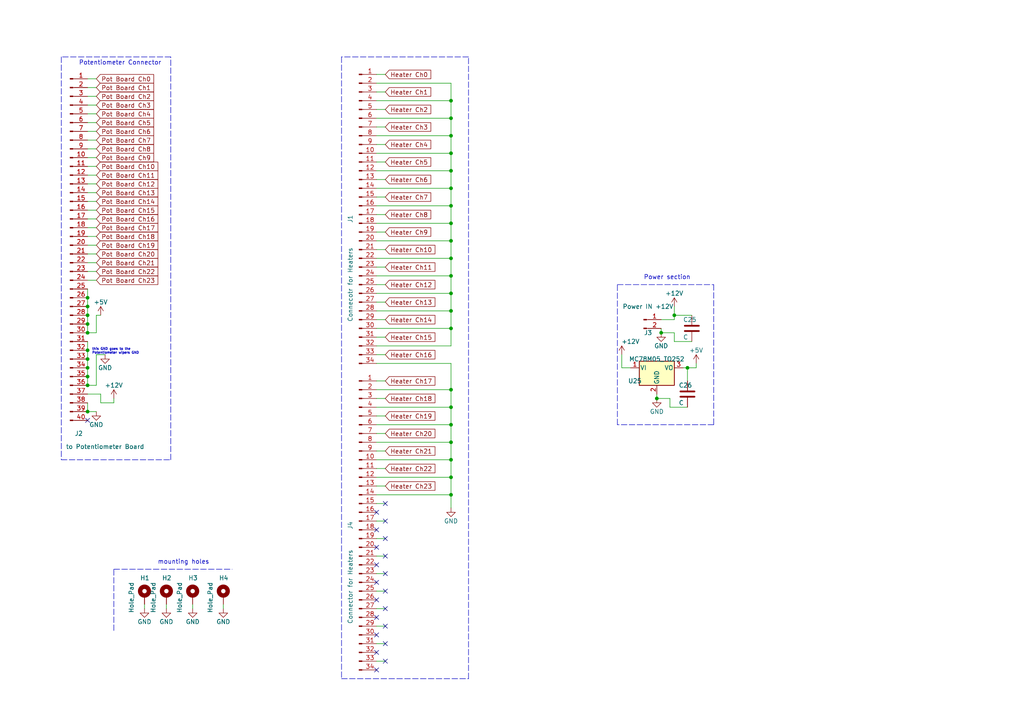
<source format=kicad_sch>
(kicad_sch (version 20211123) (generator eeschema)
  (paper "A4")
  (lib_symbols
    (symbol "Connector:Conn_01x02_Male" (pin_names (offset 1.016) hide)
      (property "Reference" "J" (at 0 2.54 0))
      (property "Value" "Conn_01x02_Male" (at 0 -5.08 0))
      (symbol "Conn_01x02_Male_1_1"
        (polyline (pts (xy 1.27 -2.54) (xy 0.8636 -2.54)) (stroke (width 0.1524)))
        (polyline (pts (xy 1.27 0) (xy 0.8636 0)) (stroke (width 0.1524)))
        (rectangle (start 0.8636 -2.413) (end 0 -2.667) (stroke (width 0.1524)) (fill (type outline)))
        (rectangle (start 0.8636 0.127) (end 0 -0.127) (stroke (width 0.1524)) (fill (type outline)))
        (pin passive line (at 5.08 0 180) (length 3.81) (name "Pin_1") (number "1"))
        (pin passive line (at 5.08 -2.54 180) (length 3.81) (name "Pin_2") (number "2"))
      )
    )
    (symbol "Connector:Conn_01x34_Male" (pin_names (offset 1.016) hide)
      (property "Reference" "J" (at 0 43.18 0))
      (property "Value" "Conn_01x34_Male" (at 0 -45.72 0))
      (symbol "Conn_01x34_Male_1_1"
        (polyline (pts (xy 1.27 -43.18) (xy 0.8636 -43.18)) (stroke (width 0.1524)))
        (polyline (pts (xy 1.27 -40.64) (xy 0.8636 -40.64)) (stroke (width 0.1524)))
        (polyline (pts (xy 1.27 -38.1) (xy 0.8636 -38.1)) (stroke (width 0.1524)))
        (polyline (pts (xy 1.27 -35.56) (xy 0.8636 -35.56)) (stroke (width 0.1524)))
        (polyline (pts (xy 1.27 -33.02) (xy 0.8636 -33.02)) (stroke (width 0.1524)))
        (polyline (pts (xy 1.27 -30.48) (xy 0.8636 -30.48)) (stroke (width 0.1524)))
        (polyline (pts (xy 1.27 -27.94) (xy 0.8636 -27.94)) (stroke (width 0.1524)))
        (polyline (pts (xy 1.27 -25.4) (xy 0.8636 -25.4)) (stroke (width 0.1524)))
        (polyline (pts (xy 1.27 -22.86) (xy 0.8636 -22.86)) (stroke (width 0.1524)))
        (polyline (pts (xy 1.27 -20.32) (xy 0.8636 -20.32)) (stroke (width 0.1524)))
        (polyline (pts (xy 1.27 -17.78) (xy 0.8636 -17.78)) (stroke (width 0.1524)))
        (polyline (pts (xy 1.27 -15.24) (xy 0.8636 -15.24)) (stroke (width 0.1524)))
        (polyline (pts (xy 1.27 -12.7) (xy 0.8636 -12.7)) (stroke (width 0.1524)))
        (polyline (pts (xy 1.27 -10.16) (xy 0.8636 -10.16)) (stroke (width 0.1524)))
        (polyline (pts (xy 1.27 -7.62) (xy 0.8636 -7.62)) (stroke (width 0.1524)))
        (polyline (pts (xy 1.27 -5.08) (xy 0.8636 -5.08)) (stroke (width 0.1524)))
        (polyline (pts (xy 1.27 -2.54) (xy 0.8636 -2.54)) (stroke (width 0.1524)))
        (polyline (pts (xy 1.27 0) (xy 0.8636 0)) (stroke (width 0.1524)))
        (polyline (pts (xy 1.27 2.54) (xy 0.8636 2.54)) (stroke (width 0.1524)))
        (polyline (pts (xy 1.27 5.08) (xy 0.8636 5.08)) (stroke (width 0.1524)))
        (polyline (pts (xy 1.27 7.62) (xy 0.8636 7.62)) (stroke (width 0.1524)))
        (polyline (pts (xy 1.27 10.16) (xy 0.8636 10.16)) (stroke (width 0.1524)))
        (polyline (pts (xy 1.27 12.7) (xy 0.8636 12.7)) (stroke (width 0.1524)))
        (polyline (pts (xy 1.27 15.24) (xy 0.8636 15.24)) (stroke (width 0.1524)))
        (polyline (pts (xy 1.27 17.78) (xy 0.8636 17.78)) (stroke (width 0.1524)))
        (polyline (pts (xy 1.27 20.32) (xy 0.8636 20.32)) (stroke (width 0.1524)))
        (polyline (pts (xy 1.27 22.86) (xy 0.8636 22.86)) (stroke (width 0.1524)))
        (polyline (pts (xy 1.27 25.4) (xy 0.8636 25.4)) (stroke (width 0.1524)))
        (polyline (pts (xy 1.27 27.94) (xy 0.8636 27.94)) (stroke (width 0.1524)))
        (polyline (pts (xy 1.27 30.48) (xy 0.8636 30.48)) (stroke (width 0.1524)))
        (polyline (pts (xy 1.27 33.02) (xy 0.8636 33.02)) (stroke (width 0.1524)))
        (polyline (pts (xy 1.27 35.56) (xy 0.8636 35.56)) (stroke (width 0.1524)))
        (polyline (pts (xy 1.27 38.1) (xy 0.8636 38.1)) (stroke (width 0.1524)))
        (polyline (pts (xy 1.27 40.64) (xy 0.8636 40.64)) (stroke (width 0.1524)))
        (rectangle (start 0.8636 -43.053) (end 0 -43.307) (stroke (width 0.1524)) (fill (type outline)))
        (rectangle (start 0.8636 -40.513) (end 0 -40.767) (stroke (width 0.1524)) (fill (type outline)))
        (rectangle (start 0.8636 -37.973) (end 0 -38.227) (stroke (width 0.1524)) (fill (type outline)))
        (rectangle (start 0.8636 -35.433) (end 0 -35.687) (stroke (width 0.1524)) (fill (type outline)))
        (rectangle (start 0.8636 -32.893) (end 0 -33.147) (stroke (width 0.1524)) (fill (type outline)))
        (rectangle (start 0.8636 -30.353) (end 0 -30.607) (stroke (width 0.1524)) (fill (type outline)))
        (rectangle (start 0.8636 -27.813) (end 0 -28.067) (stroke (width 0.1524)) (fill (type outline)))
        (rectangle (start 0.8636 -25.273) (end 0 -25.527) (stroke (width 0.1524)) (fill (type outline)))
        (rectangle (start 0.8636 -22.733) (end 0 -22.987) (stroke (width 0.1524)) (fill (type outline)))
        (rectangle (start 0.8636 -20.193) (end 0 -20.447) (stroke (width 0.1524)) (fill (type outline)))
        (rectangle (start 0.8636 -17.653) (end 0 -17.907) (stroke (width 0.1524)) (fill (type outline)))
        (rectangle (start 0.8636 -15.113) (end 0 -15.367) (stroke (width 0.1524)) (fill (type outline)))
        (rectangle (start 0.8636 -12.573) (end 0 -12.827) (stroke (width 0.1524)) (fill (type outline)))
        (rectangle (start 0.8636 -10.033) (end 0 -10.287) (stroke (width 0.1524)) (fill (type outline)))
        (rectangle (start 0.8636 -7.493) (end 0 -7.747) (stroke (width 0.1524)) (fill (type outline)))
        (rectangle (start 0.8636 -4.953) (end 0 -5.207) (stroke (width 0.1524)) (fill (type outline)))
        (rectangle (start 0.8636 -2.413) (end 0 -2.667) (stroke (width 0.1524)) (fill (type outline)))
        (rectangle (start 0.8636 0.127) (end 0 -0.127) (stroke (width 0.1524)) (fill (type outline)))
        (rectangle (start 0.8636 2.667) (end 0 2.413) (stroke (width 0.1524)) (fill (type outline)))
        (rectangle (start 0.8636 5.207) (end 0 4.953) (stroke (width 0.1524)) (fill (type outline)))
        (rectangle (start 0.8636 7.747) (end 0 7.493) (stroke (width 0.1524)) (fill (type outline)))
        (rectangle (start 0.8636 10.287) (end 0 10.033) (stroke (width 0.1524)) (fill (type outline)))
        (rectangle (start 0.8636 12.827) (end 0 12.573) (stroke (width 0.1524)) (fill (type outline)))
        (rectangle (start 0.8636 15.367) (end 0 15.113) (stroke (width 0.1524)) (fill (type outline)))
        (rectangle (start 0.8636 17.907) (end 0 17.653) (stroke (width 0.1524)) (fill (type outline)))
        (rectangle (start 0.8636 20.447) (end 0 20.193) (stroke (width 0.1524)) (fill (type outline)))
        (rectangle (start 0.8636 22.987) (end 0 22.733) (stroke (width 0.1524)) (fill (type outline)))
        (rectangle (start 0.8636 25.527) (end 0 25.273) (stroke (width 0.1524)) (fill (type outline)))
        (rectangle (start 0.8636 28.067) (end 0 27.813) (stroke (width 0.1524)) (fill (type outline)))
        (rectangle (start 0.8636 30.607) (end 0 30.353) (stroke (width 0.1524)) (fill (type outline)))
        (rectangle (start 0.8636 33.147) (end 0 32.893) (stroke (width 0.1524)) (fill (type outline)))
        (rectangle (start 0.8636 35.687) (end 0 35.433) (stroke (width 0.1524)) (fill (type outline)))
        (rectangle (start 0.8636 38.227) (end 0 37.973) (stroke (width 0.1524)) (fill (type outline)))
        (rectangle (start 0.8636 40.767) (end 0 40.513) (stroke (width 0.1524)) (fill (type outline)))
        (pin passive line (at 5.08 40.64 180) (length 3.81) (name "Pin_1") (number "1"))
        (pin passive line (at 5.08 17.78 180) (length 3.81) (name "Pin_10") (number "10"))
        (pin passive line (at 5.08 15.24 180) (length 3.81) (name "Pin_11") (number "11"))
        (pin passive line (at 5.08 12.7 180) (length 3.81) (name "Pin_12") (number "12"))
        (pin passive line (at 5.08 10.16 180) (length 3.81) (name "Pin_13") (number "13"))
        (pin passive line (at 5.08 7.62 180) (length 3.81) (name "Pin_14") (number "14"))
        (pin passive line (at 5.08 5.08 180) (length 3.81) (name "Pin_15") (number "15"))
        (pin passive line (at 5.08 2.54 180) (length 3.81) (name "Pin_16") (number "16"))
        (pin passive line (at 5.08 0 180) (length 3.81) (name "Pin_17") (number "17"))
        (pin passive line (at 5.08 -2.54 180) (length 3.81) (name "Pin_18") (number "18"))
        (pin passive line (at 5.08 -5.08 180) (length 3.81) (name "Pin_19") (number "19"))
        (pin passive line (at 5.08 38.1 180) (length 3.81) (name "Pin_2") (number "2"))
        (pin passive line (at 5.08 -7.62 180) (length 3.81) (name "Pin_20") (number "20"))
        (pin passive line (at 5.08 -10.16 180) (length 3.81) (name "Pin_21") (number "21"))
        (pin passive line (at 5.08 -12.7 180) (length 3.81) (name "Pin_22") (number "22"))
        (pin passive line (at 5.08 -15.24 180) (length 3.81) (name "Pin_23") (number "23"))
        (pin passive line (at 5.08 -17.78 180) (length 3.81) (name "Pin_24") (number "24"))
        (pin passive line (at 5.08 -20.32 180) (length 3.81) (name "Pin_25") (number "25"))
        (pin passive line (at 5.08 -22.86 180) (length 3.81) (name "Pin_26") (number "26"))
        (pin passive line (at 5.08 -25.4 180) (length 3.81) (name "Pin_27") (number "27"))
        (pin passive line (at 5.08 -27.94 180) (length 3.81) (name "Pin_28") (number "28"))
        (pin passive line (at 5.08 -30.48 180) (length 3.81) (name "Pin_29") (number "29"))
        (pin passive line (at 5.08 35.56 180) (length 3.81) (name "Pin_3") (number "3"))
        (pin passive line (at 5.08 -33.02 180) (length 3.81) (name "Pin_30") (number "30"))
        (pin passive line (at 5.08 -35.56 180) (length 3.81) (name "Pin_31") (number "31"))
        (pin passive line (at 5.08 -38.1 180) (length 3.81) (name "Pin_32") (number "32"))
        (pin passive line (at 5.08 -40.64 180) (length 3.81) (name "Pin_33") (number "33"))
        (pin passive line (at 5.08 -43.18 180) (length 3.81) (name "Pin_34") (number "34"))
        (pin passive line (at 5.08 33.02 180) (length 3.81) (name "Pin_4") (number "4"))
        (pin passive line (at 5.08 30.48 180) (length 3.81) (name "Pin_5") (number "5"))
        (pin passive line (at 5.08 27.94 180) (length 3.81) (name "Pin_6") (number "6"))
        (pin passive line (at 5.08 25.4 180) (length 3.81) (name "Pin_7") (number "7"))
        (pin passive line (at 5.08 22.86 180) (length 3.81) (name "Pin_8") (number "8"))
        (pin passive line (at 5.08 20.32 180) (length 3.81) (name "Pin_9") (number "9"))
      )
    )
    (symbol "Connector:Conn_01x40_Male" (pin_names (offset 1.016) hide)
      (property "Reference" "J" (at 0 50.8 0))
      (property "Value" "Conn_01x40_Male" (at 0 -53.34 0))
      (symbol "Conn_01x40_Male_1_1"
        (polyline (pts (xy 1.27 -50.8) (xy 0.8636 -50.8)) (stroke (width 0.1524)))
        (polyline (pts (xy 1.27 -48.26) (xy 0.8636 -48.26)) (stroke (width 0.1524)))
        (polyline (pts (xy 1.27 -45.72) (xy 0.8636 -45.72)) (stroke (width 0.1524)))
        (polyline (pts (xy 1.27 -43.18) (xy 0.8636 -43.18)) (stroke (width 0.1524)))
        (polyline (pts (xy 1.27 -40.64) (xy 0.8636 -40.64)) (stroke (width 0.1524)))
        (polyline (pts (xy 1.27 -38.1) (xy 0.8636 -38.1)) (stroke (width 0.1524)))
        (polyline (pts (xy 1.27 -35.56) (xy 0.8636 -35.56)) (stroke (width 0.1524)))
        (polyline (pts (xy 1.27 -33.02) (xy 0.8636 -33.02)) (stroke (width 0.1524)))
        (polyline (pts (xy 1.27 -30.48) (xy 0.8636 -30.48)) (stroke (width 0.1524)))
        (polyline (pts (xy 1.27 -27.94) (xy 0.8636 -27.94)) (stroke (width 0.1524)))
        (polyline (pts (xy 1.27 -25.4) (xy 0.8636 -25.4)) (stroke (width 0.1524)))
        (polyline (pts (xy 1.27 -22.86) (xy 0.8636 -22.86)) (stroke (width 0.1524)))
        (polyline (pts (xy 1.27 -20.32) (xy 0.8636 -20.32)) (stroke (width 0.1524)))
        (polyline (pts (xy 1.27 -17.78) (xy 0.8636 -17.78)) (stroke (width 0.1524)))
        (polyline (pts (xy 1.27 -15.24) (xy 0.8636 -15.24)) (stroke (width 0.1524)))
        (polyline (pts (xy 1.27 -12.7) (xy 0.8636 -12.7)) (stroke (width 0.1524)))
        (polyline (pts (xy 1.27 -10.16) (xy 0.8636 -10.16)) (stroke (width 0.1524)))
        (polyline (pts (xy 1.27 -7.62) (xy 0.8636 -7.62)) (stroke (width 0.1524)))
        (polyline (pts (xy 1.27 -5.08) (xy 0.8636 -5.08)) (stroke (width 0.1524)))
        (polyline (pts (xy 1.27 -2.54) (xy 0.8636 -2.54)) (stroke (width 0.1524)))
        (polyline (pts (xy 1.27 0) (xy 0.8636 0)) (stroke (width 0.1524)))
        (polyline (pts (xy 1.27 2.54) (xy 0.8636 2.54)) (stroke (width 0.1524)))
        (polyline (pts (xy 1.27 5.08) (xy 0.8636 5.08)) (stroke (width 0.1524)))
        (polyline (pts (xy 1.27 7.62) (xy 0.8636 7.62)) (stroke (width 0.1524)))
        (polyline (pts (xy 1.27 10.16) (xy 0.8636 10.16)) (stroke (width 0.1524)))
        (polyline (pts (xy 1.27 12.7) (xy 0.8636 12.7)) (stroke (width 0.1524)))
        (polyline (pts (xy 1.27 15.24) (xy 0.8636 15.24)) (stroke (width 0.1524)))
        (polyline (pts (xy 1.27 17.78) (xy 0.8636 17.78)) (stroke (width 0.1524)))
        (polyline (pts (xy 1.27 20.32) (xy 0.8636 20.32)) (stroke (width 0.1524)))
        (polyline (pts (xy 1.27 22.86) (xy 0.8636 22.86)) (stroke (width 0.1524)))
        (polyline (pts (xy 1.27 25.4) (xy 0.8636 25.4)) (stroke (width 0.1524)))
        (polyline (pts (xy 1.27 27.94) (xy 0.8636 27.94)) (stroke (width 0.1524)))
        (polyline (pts (xy 1.27 30.48) (xy 0.8636 30.48)) (stroke (width 0.1524)))
        (polyline (pts (xy 1.27 33.02) (xy 0.8636 33.02)) (stroke (width 0.1524)))
        (polyline (pts (xy 1.27 35.56) (xy 0.8636 35.56)) (stroke (width 0.1524)))
        (polyline (pts (xy 1.27 38.1) (xy 0.8636 38.1)) (stroke (width 0.1524)))
        (polyline (pts (xy 1.27 40.64) (xy 0.8636 40.64)) (stroke (width 0.1524)))
        (polyline (pts (xy 1.27 43.18) (xy 0.8636 43.18)) (stroke (width 0.1524)))
        (polyline (pts (xy 1.27 45.72) (xy 0.8636 45.72)) (stroke (width 0.1524)))
        (polyline (pts (xy 1.27 48.26) (xy 0.8636 48.26)) (stroke (width 0.1524)))
        (rectangle (start 0.8636 -50.673) (end 0 -50.927) (stroke (width 0.1524)) (fill (type outline)))
        (rectangle (start 0.8636 -48.133) (end 0 -48.387) (stroke (width 0.1524)) (fill (type outline)))
        (rectangle (start 0.8636 -45.593) (end 0 -45.847) (stroke (width 0.1524)) (fill (type outline)))
        (rectangle (start 0.8636 -43.053) (end 0 -43.307) (stroke (width 0.1524)) (fill (type outline)))
        (rectangle (start 0.8636 -40.513) (end 0 -40.767) (stroke (width 0.1524)) (fill (type outline)))
        (rectangle (start 0.8636 -37.973) (end 0 -38.227) (stroke (width 0.1524)) (fill (type outline)))
        (rectangle (start 0.8636 -35.433) (end 0 -35.687) (stroke (width 0.1524)) (fill (type outline)))
        (rectangle (start 0.8636 -32.893) (end 0 -33.147) (stroke (width 0.1524)) (fill (type outline)))
        (rectangle (start 0.8636 -30.353) (end 0 -30.607) (stroke (width 0.1524)) (fill (type outline)))
        (rectangle (start 0.8636 -27.813) (end 0 -28.067) (stroke (width 0.1524)) (fill (type outline)))
        (rectangle (start 0.8636 -25.273) (end 0 -25.527) (stroke (width 0.1524)) (fill (type outline)))
        (rectangle (start 0.8636 -22.733) (end 0 -22.987) (stroke (width 0.1524)) (fill (type outline)))
        (rectangle (start 0.8636 -20.193) (end 0 -20.447) (stroke (width 0.1524)) (fill (type outline)))
        (rectangle (start 0.8636 -17.653) (end 0 -17.907) (stroke (width 0.1524)) (fill (type outline)))
        (rectangle (start 0.8636 -15.113) (end 0 -15.367) (stroke (width 0.1524)) (fill (type outline)))
        (rectangle (start 0.8636 -12.573) (end 0 -12.827) (stroke (width 0.1524)) (fill (type outline)))
        (rectangle (start 0.8636 -10.033) (end 0 -10.287) (stroke (width 0.1524)) (fill (type outline)))
        (rectangle (start 0.8636 -7.493) (end 0 -7.747) (stroke (width 0.1524)) (fill (type outline)))
        (rectangle (start 0.8636 -4.953) (end 0 -5.207) (stroke (width 0.1524)) (fill (type outline)))
        (rectangle (start 0.8636 -2.413) (end 0 -2.667) (stroke (width 0.1524)) (fill (type outline)))
        (rectangle (start 0.8636 0.127) (end 0 -0.127) (stroke (width 0.1524)) (fill (type outline)))
        (rectangle (start 0.8636 2.667) (end 0 2.413) (stroke (width 0.1524)) (fill (type outline)))
        (rectangle (start 0.8636 5.207) (end 0 4.953) (stroke (width 0.1524)) (fill (type outline)))
        (rectangle (start 0.8636 7.747) (end 0 7.493) (stroke (width 0.1524)) (fill (type outline)))
        (rectangle (start 0.8636 10.287) (end 0 10.033) (stroke (width 0.1524)) (fill (type outline)))
        (rectangle (start 0.8636 12.827) (end 0 12.573) (stroke (width 0.1524)) (fill (type outline)))
        (rectangle (start 0.8636 15.367) (end 0 15.113) (stroke (width 0.1524)) (fill (type outline)))
        (rectangle (start 0.8636 17.907) (end 0 17.653) (stroke (width 0.1524)) (fill (type outline)))
        (rectangle (start 0.8636 20.447) (end 0 20.193) (stroke (width 0.1524)) (fill (type outline)))
        (rectangle (start 0.8636 22.987) (end 0 22.733) (stroke (width 0.1524)) (fill (type outline)))
        (rectangle (start 0.8636 25.527) (end 0 25.273) (stroke (width 0.1524)) (fill (type outline)))
        (rectangle (start 0.8636 28.067) (end 0 27.813) (stroke (width 0.1524)) (fill (type outline)))
        (rectangle (start 0.8636 30.607) (end 0 30.353) (stroke (width 0.1524)) (fill (type outline)))
        (rectangle (start 0.8636 33.147) (end 0 32.893) (stroke (width 0.1524)) (fill (type outline)))
        (rectangle (start 0.8636 35.687) (end 0 35.433) (stroke (width 0.1524)) (fill (type outline)))
        (rectangle (start 0.8636 38.227) (end 0 37.973) (stroke (width 0.1524)) (fill (type outline)))
        (rectangle (start 0.8636 40.767) (end 0 40.513) (stroke (width 0.1524)) (fill (type outline)))
        (rectangle (start 0.8636 43.307) (end 0 43.053) (stroke (width 0.1524)) (fill (type outline)))
        (rectangle (start 0.8636 45.847) (end 0 45.593) (stroke (width 0.1524)) (fill (type outline)))
        (rectangle (start 0.8636 48.387) (end 0 48.133) (stroke (width 0.1524)) (fill (type outline)))
        (pin passive line (at 5.08 48.26 180) (length 3.81) (name "Pin_1") (number "1"))
        (pin passive line (at 5.08 25.4 180) (length 3.81) (name "Pin_10") (number "10"))
        (pin passive line (at 5.08 22.86 180) (length 3.81) (name "Pin_11") (number "11"))
        (pin passive line (at 5.08 20.32 180) (length 3.81) (name "Pin_12") (number "12"))
        (pin passive line (at 5.08 17.78 180) (length 3.81) (name "Pin_13") (number "13"))
        (pin passive line (at 5.08 15.24 180) (length 3.81) (name "Pin_14") (number "14"))
        (pin passive line (at 5.08 12.7 180) (length 3.81) (name "Pin_15") (number "15"))
        (pin passive line (at 5.08 10.16 180) (length 3.81) (name "Pin_16") (number "16"))
        (pin passive line (at 5.08 7.62 180) (length 3.81) (name "Pin_17") (number "17"))
        (pin passive line (at 5.08 5.08 180) (length 3.81) (name "Pin_18") (number "18"))
        (pin passive line (at 5.08 2.54 180) (length 3.81) (name "Pin_19") (number "19"))
        (pin passive line (at 5.08 45.72 180) (length 3.81) (name "Pin_2") (number "2"))
        (pin passive line (at 5.08 0 180) (length 3.81) (name "Pin_20") (number "20"))
        (pin passive line (at 5.08 -2.54 180) (length 3.81) (name "Pin_21") (number "21"))
        (pin passive line (at 5.08 -5.08 180) (length 3.81) (name "Pin_22") (number "22"))
        (pin passive line (at 5.08 -7.62 180) (length 3.81) (name "Pin_23") (number "23"))
        (pin passive line (at 5.08 -10.16 180) (length 3.81) (name "Pin_24") (number "24"))
        (pin passive line (at 5.08 -12.7 180) (length 3.81) (name "Pin_25") (number "25"))
        (pin passive line (at 5.08 -15.24 180) (length 3.81) (name "Pin_26") (number "26"))
        (pin passive line (at 5.08 -17.78 180) (length 3.81) (name "Pin_27") (number "27"))
        (pin passive line (at 5.08 -20.32 180) (length 3.81) (name "Pin_28") (number "28"))
        (pin passive line (at 5.08 -22.86 180) (length 3.81) (name "Pin_29") (number "29"))
        (pin passive line (at 5.08 43.18 180) (length 3.81) (name "Pin_3") (number "3"))
        (pin passive line (at 5.08 -25.4 180) (length 3.81) (name "Pin_30") (number "30"))
        (pin passive line (at 5.08 -27.94 180) (length 3.81) (name "Pin_31") (number "31"))
        (pin passive line (at 5.08 -30.48 180) (length 3.81) (name "Pin_32") (number "32"))
        (pin passive line (at 5.08 -33.02 180) (length 3.81) (name "Pin_33") (number "33"))
        (pin passive line (at 5.08 -35.56 180) (length 3.81) (name "Pin_34") (number "34"))
        (pin passive line (at 5.08 -38.1 180) (length 3.81) (name "Pin_35") (number "35"))
        (pin passive line (at 5.08 -40.64 180) (length 3.81) (name "Pin_36") (number "36"))
        (pin passive line (at 5.08 -43.18 180) (length 3.81) (name "Pin_37") (number "37"))
        (pin passive line (at 5.08 -45.72 180) (length 3.81) (name "Pin_38") (number "38"))
        (pin passive line (at 5.08 -48.26 180) (length 3.81) (name "Pin_39") (number "39"))
        (pin passive line (at 5.08 40.64 180) (length 3.81) (name "Pin_4") (number "4"))
        (pin passive line (at 5.08 -50.8 180) (length 3.81) (name "Pin_40") (number "40"))
        (pin passive line (at 5.08 38.1 180) (length 3.81) (name "Pin_5") (number "5"))
        (pin passive line (at 5.08 35.56 180) (length 3.81) (name "Pin_6") (number "6"))
        (pin passive line (at 5.08 33.02 180) (length 3.81) (name "Pin_7") (number "7"))
        (pin passive line (at 5.08 30.48 180) (length 3.81) (name "Pin_8") (number "8"))
        (pin passive line (at 5.08 27.94 180) (length 3.81) (name "Pin_9") (number "9"))
      )
    )
    (symbol "Device:C" (pin_numbers hide) (pin_names (offset 0.254))
      (property "Reference" "C" (at 0.635 2.54 0))
      (property "Value" "C" (at 0.635 -2.54 0))
      (symbol "C_0_1"
        (polyline (pts (xy -2.032 -0.762) (xy 2.032 -0.762)) (stroke (width 0.508)))
        (polyline (pts (xy -2.032 0.762) (xy 2.032 0.762)) (stroke (width 0.508)))
      )
      (symbol "C_1_1"
        (pin passive line (at 0 3.81 270) (length 2.794) (name "~") (number "1"))
        (pin passive line (at 0 -3.81 90) (length 2.794) (name "~") (number "2"))
      )
    )
    (symbol "Mechanical:MountingHole_Pad" (pin_numbers hide) (pin_names (offset 1.016) hide)
      (property "Reference" "H" (at 0 6.35 0))
      (property "Value" "MountingHole_Pad" (at 0 4.445 0))
      (symbol "MountingHole_Pad_0_1"
        (circle (center 0 1.27) (radius 1.27) (stroke (width 1.27)))
      )
      (symbol "MountingHole_Pad_1_1"
        (pin input line (at 0 -2.54 90) (length 2.54) (name "1") (number "1"))
      )
    )
    (symbol "Regulator_Linear:MC78M05_TO252" (pin_names (offset 0.254))
      (property "Reference" "U" (at -3.81 3.175 0))
      (property "Value" "MC78M05_TO252" (at 0 3.175 0))
      (symbol "MC78M05_TO252_0_1"
        (rectangle (start -5.08 1.905) (end 5.08 -5.08) (stroke (width 0.254)) (fill (type background)))
      )
      (symbol "MC78M05_TO252_1_1"
        (pin power_in line (at -7.62 0 0) (length 2.54) (name "VI") (number "1"))
        (pin power_in line (at 0 -7.62 90) (length 2.54) (name "GND") (number "2"))
        (pin power_out line (at 7.62 0 180) (length 2.54) (name "VO") (number "3"))
      )
    )
    (symbol "power:+12V" (power) (pin_names (offset 0))
      (property "Value" "+12V" (at 0 3.556 0))
      (symbol "+12V_0_1"
        (polyline (pts (xy -0.762 1.27) (xy 0 2.54)))
        (polyline (pts (xy 0 0) (xy 0 2.54)))
        (polyline (pts (xy 0 2.54) (xy 0.762 1.27)))
      )
      (symbol "+12V_1_1"
        (pin power_in line (at 0 0 90) (length 0) hide (name "+12V") (number "1"))
      )
    )
    (symbol "power:+5V" (power) (pin_names (offset 0))
      (property "Value" "+5V" (at 0 3.556 0))
      (symbol "+5V_0_1"
        (polyline (pts (xy -0.762 1.27) (xy 0 2.54)))
        (polyline (pts (xy 0 0) (xy 0 2.54)))
        (polyline (pts (xy 0 2.54) (xy 0.762 1.27)))
      )
      (symbol "+5V_1_1"
        (pin power_in line (at 0 0 90) (length 0) hide (name "+5V") (number "1"))
      )
    )
    (symbol "power:GND" (power) (pin_names (offset 0))
      (property "Value" "GND" (at 0 -3.81 0))
      (symbol "GND_0_1"
        (polyline (pts (xy 0 0) (xy 0 -1.27) (xy 1.27 -1.27) (xy 0 -2.54) (xy -1.27 -1.27) (xy 0 -1.27)))
      )
      (symbol "GND_1_1"
        (pin power_in line (at 0 0 270) (length 0) hide (name "GND") (number "1"))
      )
    )
  )
  (junction (at 130.81 74.93))
  (junction (at 130.81 113.03))
  (junction (at 130.81 128.27))
  (junction (at 25.4 104.14))
  (junction (at 130.81 69.85))
  (junction (at 191.77 96.52))
  (junction (at 25.4 91.44))
  (junction (at 130.81 138.43))
  (junction (at 25.4 111.76))
  (junction (at 25.4 101.6))
  (junction (at 25.4 93.98))
  (junction (at 130.81 49.53))
  (junction (at 25.4 88.9))
  (junction (at 130.81 64.77))
  (junction (at 199.39 106.68))
  (junction (at 25.4 109.22))
  (junction (at 130.81 59.69))
  (junction (at 130.81 39.37))
  (junction (at 130.81 90.17))
  (junction (at 25.4 96.52))
  (junction (at 130.81 29.21))
  (junction (at 130.81 123.19))
  (junction (at 25.4 86.36))
  (junction (at 190.5 115.57))
  (junction (at 25.4 119.38))
  (junction (at 130.81 44.45))
  (junction (at 130.81 80.01))
  (junction (at 130.81 54.61))
  (junction (at 130.81 118.11))
  (junction (at 130.81 133.35))
  (junction (at 130.81 85.09))
  (junction (at 130.81 95.25))
  (junction (at 130.81 143.51))
  (junction (at 25.4 106.68))
  (junction (at 195.58 91.44))
  (junction (at 130.81 34.29))
  (no_connect (at 111.76 146.05))
  (no_connect (at 111.76 176.53))
  (no_connect (at 111.76 151.13))
  (no_connect (at 111.76 161.29))
  (no_connect (at 111.76 156.21))
  (no_connect (at 109.22 184.15))
  (no_connect (at 109.22 189.23))
  (no_connect (at 111.76 186.69))
  (no_connect (at 111.76 181.61))
  (no_connect (at 109.22 179.07))
  (no_connect (at 109.22 168.91))
  (no_connect (at 111.76 171.45))
  (no_connect (at 111.76 166.37))
  (no_connect (at 109.22 173.99))
  (no_connect (at 111.76 191.77))
  (no_connect (at 109.22 194.31))
  (no_connect (at 109.22 153.67))
  (no_connect (at 109.22 158.75))
  (no_connect (at 109.22 163.83))
  (no_connect (at 25.4 121.92))
  (no_connect (at 109.22 148.59))
  (polyline (pts (xy 207.01 123.19) (xy 179.07 123.19)))
  (wire (pts (xy 27.94 96.52) (xy 27.94 91.44)))
  (wire (pts (xy 111.76 92.71) (xy 109.22 92.71)))
  (wire (pts (xy 180.34 102.87) (xy 180.34 106.68)))
  (wire (pts (xy 130.81 123.19) (xy 130.81 128.27)))
  (wire (pts (xy 195.58 91.44) (xy 200.66 91.44)))
  (wire (pts (xy 27.94 78.74) (xy 25.4 78.74)))
  (wire (pts (xy 194.31 118.11) (xy 194.31 115.57)))
  (wire (pts (xy 130.81 118.11) (xy 130.81 123.19)))
  (wire (pts (xy 27.94 27.94) (xy 25.4 27.94)))
  (wire (pts (xy 200.66 99.06) (xy 195.58 99.06)))
  (wire (pts (xy 130.81 80.01) (xy 130.81 85.09)))
  (wire (pts (xy 27.94 50.8) (xy 25.4 50.8)))
  (wire (pts (xy 111.76 62.23) (xy 109.22 62.23)))
  (wire (pts (xy 25.4 104.14) (xy 25.4 106.68)))
  (polyline (pts (xy 179.07 123.19) (xy 179.07 82.55)))
  (wire (pts (xy 130.81 138.43) (xy 130.81 143.51)))
  (wire (pts (xy 111.76 97.79) (xy 109.22 97.79)))
  (wire (pts (xy 198.12 106.68) (xy 199.39 106.68)))
  (wire (pts (xy 33.02 115.57) (xy 33.02 116.84)))
  (wire (pts (xy 109.22 59.69) (xy 130.81 59.69)))
  (wire (pts (xy 199.39 106.68) (xy 201.93 106.68)))
  (wire (pts (xy 111.76 110.49) (xy 109.22 110.49)))
  (polyline (pts (xy 49.53 16.51) (xy 26.67 16.51)))
  (wire (pts (xy 111.76 26.67) (xy 109.22 26.67)))
  (wire (pts (xy 27.94 91.44) (xy 29.21 91.44)))
  (wire (pts (xy 25.4 101.6) (xy 25.4 104.14)))
  (wire (pts (xy 109.22 69.85) (xy 130.81 69.85)))
  (wire (pts (xy 55.88 175.26) (xy 55.88 176.53)))
  (wire (pts (xy 27.94 55.88) (xy 25.4 55.88)))
  (wire (pts (xy 195.58 99.06) (xy 195.58 96.52)))
  (wire (pts (xy 27.94 40.64) (xy 25.4 40.64)))
  (wire (pts (xy 41.91 175.26) (xy 41.91 176.53)))
  (wire (pts (xy 130.81 128.27) (xy 130.81 133.35)))
  (wire (pts (xy 109.22 39.37) (xy 130.81 39.37)))
  (wire (pts (xy 109.22 85.09) (xy 130.81 85.09)))
  (wire (pts (xy 25.4 93.98) (xy 25.4 96.52)))
  (wire (pts (xy 130.81 85.09) (xy 130.81 90.17)))
  (wire (pts (xy 27.94 73.66) (xy 25.4 73.66)))
  (wire (pts (xy 111.76 140.97) (xy 109.22 140.97)))
  (wire (pts (xy 111.76 87.63) (xy 109.22 87.63)))
  (wire (pts (xy 130.81 54.61) (xy 130.81 59.69)))
  (wire (pts (xy 130.81 24.13) (xy 130.81 29.21)))
  (wire (pts (xy 109.22 49.53) (xy 130.81 49.53)))
  (wire (pts (xy 27.94 71.12) (xy 25.4 71.12)))
  (wire (pts (xy 201.93 105.41) (xy 201.93 106.68)))
  (wire (pts (xy 27.94 63.5) (xy 25.4 63.5)))
  (polyline (pts (xy 49.53 133.35) (xy 49.53 16.51)))
  (wire (pts (xy 111.76 156.21) (xy 109.22 156.21)))
  (polyline (pts (xy 135.89 16.51) (xy 113.03 16.51)))
  (wire (pts (xy 109.22 64.77) (xy 130.81 64.77)))
  (wire (pts (xy 27.94 48.26) (xy 25.4 48.26)))
  (wire (pts (xy 130.81 39.37) (xy 130.81 44.45)))
  (wire (pts (xy 27.94 33.02) (xy 25.4 33.02)))
  (wire (pts (xy 130.81 49.53) (xy 130.81 54.61)))
  (wire (pts (xy 111.76 166.37) (xy 109.22 166.37)))
  (wire (pts (xy 109.22 44.45) (xy 130.81 44.45)))
  (wire (pts (xy 195.58 96.52) (xy 191.77 96.52)))
  (polyline (pts (xy 99.06 196.85) (xy 135.89 196.85)))
  (wire (pts (xy 27.94 25.4) (xy 25.4 25.4)))
  (wire (pts (xy 109.22 74.93) (xy 130.81 74.93)))
  (wire (pts (xy 130.81 95.25) (xy 130.81 100.33)))
  (wire (pts (xy 111.76 57.15) (xy 109.22 57.15)))
  (wire (pts (xy 25.4 88.9) (xy 25.4 91.44)))
  (wire (pts (xy 195.58 88.9) (xy 195.58 91.44)))
  (wire (pts (xy 130.81 59.69) (xy 130.81 64.77)))
  (wire (pts (xy 111.76 130.81) (xy 109.22 130.81)))
  (wire (pts (xy 27.94 43.18) (xy 25.4 43.18)))
  (wire (pts (xy 130.81 44.45) (xy 130.81 49.53)))
  (wire (pts (xy 109.22 133.35) (xy 130.81 133.35)))
  (wire (pts (xy 27.94 102.87) (xy 30.48 102.87)))
  (polyline (pts (xy 179.07 82.55) (xy 207.01 82.55)))
  (wire (pts (xy 130.81 133.35) (xy 130.81 138.43)))
  (wire (pts (xy 111.76 186.69) (xy 109.22 186.69)))
  (wire (pts (xy 27.94 38.1) (xy 25.4 38.1)))
  (wire (pts (xy 194.31 115.57) (xy 190.5 115.57)))
  (wire (pts (xy 111.76 171.45) (xy 109.22 171.45)))
  (wire (pts (xy 109.22 138.43) (xy 130.81 138.43)))
  (wire (pts (xy 130.81 34.29) (xy 130.81 39.37)))
  (wire (pts (xy 64.77 175.26) (xy 64.77 176.53)))
  (wire (pts (xy 27.94 60.96) (xy 25.4 60.96)))
  (wire (pts (xy 111.76 52.07) (xy 109.22 52.07)))
  (wire (pts (xy 27.94 66.04) (xy 25.4 66.04)))
  (wire (pts (xy 27.94 22.86) (xy 25.4 22.86)))
  (polyline (pts (xy 135.89 196.85) (xy 135.89 16.51)))
  (wire (pts (xy 111.76 36.83) (xy 109.22 36.83)))
  (wire (pts (xy 111.76 21.59) (xy 109.22 21.59)))
  (wire (pts (xy 195.58 91.44) (xy 195.58 92.71)))
  (wire (pts (xy 109.22 90.17) (xy 130.81 90.17)))
  (wire (pts (xy 130.81 90.17) (xy 130.81 95.25)))
  (wire (pts (xy 27.94 76.2) (xy 25.4 76.2)))
  (wire (pts (xy 130.81 64.77) (xy 130.81 69.85)))
  (wire (pts (xy 27.94 111.76) (xy 27.94 102.87)))
  (wire (pts (xy 111.76 146.05) (xy 109.22 146.05)))
  (wire (pts (xy 111.76 46.99) (xy 109.22 46.99)))
  (wire (pts (xy 25.4 114.3) (xy 29.21 114.3)))
  (wire (pts (xy 111.76 161.29) (xy 109.22 161.29)))
  (wire (pts (xy 29.21 116.84) (xy 33.02 116.84)))
  (wire (pts (xy 25.4 99.06) (xy 25.4 101.6)))
  (wire (pts (xy 109.22 34.29) (xy 130.81 34.29)))
  (wire (pts (xy 190.5 114.3) (xy 190.5 115.57)))
  (wire (pts (xy 109.22 113.03) (xy 130.81 113.03)))
  (wire (pts (xy 25.4 83.82) (xy 25.4 86.36)))
  (wire (pts (xy 191.77 92.71) (xy 195.58 92.71)))
  (wire (pts (xy 111.76 115.57) (xy 109.22 115.57)))
  (wire (pts (xy 130.81 29.21) (xy 130.81 34.29)))
  (polyline (pts (xy 33.02 165.1) (xy 67.31 165.1)))
  (wire (pts (xy 111.76 151.13) (xy 109.22 151.13)))
  (wire (pts (xy 29.21 114.3) (xy 29.21 116.84)))
  (wire (pts (xy 109.22 143.51) (xy 130.81 143.51)))
  (wire (pts (xy 27.94 45.72) (xy 25.4 45.72)))
  (wire (pts (xy 111.76 125.73) (xy 109.22 125.73)))
  (wire (pts (xy 111.76 120.65) (xy 109.22 120.65)))
  (wire (pts (xy 111.76 191.77) (xy 109.22 191.77)))
  (wire (pts (xy 111.76 181.61) (xy 109.22 181.61)))
  (wire (pts (xy 27.94 35.56) (xy 25.4 35.56)))
  (wire (pts (xy 48.26 175.26) (xy 48.26 176.53)))
  (wire (pts (xy 130.81 74.93) (xy 130.81 80.01)))
  (polyline (pts (xy 17.78 16.51) (xy 17.78 133.35)))
  (polyline (pts (xy 207.01 82.55) (xy 207.01 123.19)))
  (wire (pts (xy 111.76 72.39) (xy 109.22 72.39)))
  (wire (pts (xy 109.22 105.41) (xy 130.81 105.41)))
  (wire (pts (xy 25.4 116.84) (xy 25.4 119.38)))
  (wire (pts (xy 111.76 67.31) (xy 109.22 67.31)))
  (wire (pts (xy 27.94 58.42) (xy 25.4 58.42)))
  (polyline (pts (xy 17.78 133.35) (xy 49.53 133.35)))
  (wire (pts (xy 111.76 176.53) (xy 109.22 176.53)))
  (wire (pts (xy 25.4 106.68) (xy 25.4 109.22)))
  (wire (pts (xy 130.81 113.03) (xy 130.81 118.11)))
  (wire (pts (xy 109.22 29.21) (xy 130.81 29.21)))
  (wire (pts (xy 182.88 106.68) (xy 180.34 106.68)))
  (wire (pts (xy 199.39 106.68) (xy 199.39 110.49)))
  (wire (pts (xy 130.81 69.85) (xy 130.81 74.93)))
  (wire (pts (xy 25.4 109.22) (xy 25.4 111.76)))
  (polyline (pts (xy 113.03 16.51) (xy 99.06 16.51)))
  (wire (pts (xy 27.94 53.34) (xy 25.4 53.34)))
  (wire (pts (xy 130.81 105.41) (xy 130.81 113.03)))
  (wire (pts (xy 27.94 30.48) (xy 25.4 30.48)))
  (wire (pts (xy 109.22 95.25) (xy 130.81 95.25)))
  (wire (pts (xy 25.4 119.38) (xy 27.94 119.38)))
  (wire (pts (xy 111.76 41.91) (xy 109.22 41.91)))
  (wire (pts (xy 111.76 82.55) (xy 109.22 82.55)))
  (wire (pts (xy 191.77 95.25) (xy 191.77 96.52)))
  (wire (pts (xy 109.22 54.61) (xy 130.81 54.61)))
  (wire (pts (xy 111.76 77.47) (xy 109.22 77.47)))
  (wire (pts (xy 109.22 24.13) (xy 130.81 24.13)))
  (wire (pts (xy 25.4 96.52) (xy 27.94 96.52)))
  (wire (pts (xy 109.22 80.01) (xy 130.81 80.01)))
  (wire (pts (xy 130.81 143.51) (xy 130.81 147.32)))
  (wire (pts (xy 111.76 102.87) (xy 109.22 102.87)))
  (wire (pts (xy 111.76 135.89) (xy 109.22 135.89)))
  (polyline (pts (xy 33.02 182.88) (xy 33.02 165.1)))
  (wire (pts (xy 199.39 118.11) (xy 194.31 118.11)))
  (wire (pts (xy 111.76 31.75) (xy 109.22 31.75)))
  (polyline (pts (xy 99.06 16.51) (xy 99.06 196.85)))
  (polyline (pts (xy 26.67 16.51) (xy 17.78 16.51)))
  (wire (pts (xy 109.22 100.33) (xy 130.81 100.33)))
  (wire (pts (xy 27.94 111.76) (xy 25.4 111.76)))
  (wire (pts (xy 27.94 81.28) (xy 25.4 81.28)))
  (wire (pts (xy 109.22 128.27) (xy 130.81 128.27)))
  (wire (pts (xy 27.94 68.58) (xy 25.4 68.58)))
  (wire (pts (xy 25.4 86.36) (xy 25.4 88.9)))
  (wire (pts (xy 25.4 91.44) (xy 25.4 93.98)))
  (wire (pts (xy 109.22 123.19) (xy 130.81 123.19)))
  (wire (pts (xy 109.22 118.11) (xy 130.81 118.11)))
  (text "Potentiometer Connector" (at 22.86 19.05 0) (effects (font (size 1.27 1.27)) (justify left bottom)))
  (text "this GND goes to the \nPotentiometer wipers GND" (at 26.67 102.87 0) (effects (font (size 0.685 0.685)) (justify left bottom)))
  (text "Power section" (at 186.69 81.28 0) (effects (font (size 1.27 1.27)) (justify left bottom)))
  (text "mounting holes" (at 45.72 163.83 0) (effects (font (size 1.27 1.27)) (justify left bottom)))
  (global_label "Heater Ch11" (shape input) (at 111.76 77.47 0) (property "Intersheet References" "${INTERSHEET_REFS}" (effects hide)))
  (global_label "Heater Ch5" (shape input) (at 111.76 46.99 0) (property "Intersheet References" "${INTERSHEET_REFS}" (effects hide)))
  (global_label "Pot Board Ch7" (shape input) (at 27.94 40.64 0) (property "Intersheet References" "${INTERSHEET_REFS}" (effects hide)))
  (global_label "Pot Board Ch21" (shape input) (at 27.94 76.2 0) (property "Intersheet References" "${INTERSHEET_REFS}" (effects hide)))
  (global_label "Heater Ch20" (shape input) (at 111.76 125.73 0) (property "Intersheet References" "${INTERSHEET_REFS}" (effects hide)))
  (global_label "Pot Board Ch15" (shape input) (at 27.94 60.96 0) (property "Intersheet References" "${INTERSHEET_REFS}" (effects hide)))
  (global_label "Pot Board Ch8" (shape input) (at 27.94 43.18 0) (property "Intersheet References" "${INTERSHEET_REFS}" (effects hide)))
  (global_label "Pot Board Ch19" (shape input) (at 27.94 71.12 0) (property "Intersheet References" "${INTERSHEET_REFS}" (effects hide)))
  (global_label "Pot Board Ch18" (shape input) (at 27.94 68.58 0) (property "Intersheet References" "${INTERSHEET_REFS}" (effects hide)))
  (global_label "Pot Board Ch9" (shape input) (at 27.94 45.72 0) (property "Intersheet References" "${INTERSHEET_REFS}" (effects hide)))
  (global_label "Pot Board Ch3" (shape input) (at 27.94 30.48 0) (property "Intersheet References" "${INTERSHEET_REFS}" (effects hide)))
  (global_label "Pot Board Ch17" (shape input) (at 27.94 66.04 0) (property "Intersheet References" "${INTERSHEET_REFS}" (effects hide)))
  (global_label "Heater Ch4" (shape input) (at 111.76 41.91 0) (property "Intersheet References" "${INTERSHEET_REFS}" (effects hide)))
  (global_label "Heater Ch21" (shape input) (at 111.76 130.81 0) (property "Intersheet References" "${INTERSHEET_REFS}" (effects hide)))
  (global_label "Pot Board Ch14" (shape input) (at 27.94 58.42 0) (property "Intersheet References" "${INTERSHEET_REFS}" (effects hide)))
  (global_label "Heater Ch18" (shape input) (at 111.76 115.57 0) (property "Intersheet References" "${INTERSHEET_REFS}" (effects hide)))
  (global_label "Heater Ch7" (shape input) (at 111.76 57.15 0) (property "Intersheet References" "${INTERSHEET_REFS}" (effects hide)))
  (global_label "Heater Ch8" (shape input) (at 111.76 62.23 0) (property "Intersheet References" "${INTERSHEET_REFS}" (effects hide)))
  (global_label "Pot Board Ch23" (shape input) (at 27.94 81.28 0) (property "Intersheet References" "${INTERSHEET_REFS}" (effects hide)))
  (global_label "Heater Ch22" (shape input) (at 111.76 135.89 0) (property "Intersheet References" "${INTERSHEET_REFS}" (effects hide)))
  (global_label "Pot Board Ch1" (shape input) (at 27.94 25.4 0) (property "Intersheet References" "${INTERSHEET_REFS}" (effects hide)))
  (global_label "Pot Board Ch10" (shape input) (at 27.94 48.26 0) (property "Intersheet References" "${INTERSHEET_REFS}" (effects hide)))
  (global_label "Heater Ch13" (shape input) (at 111.76 87.63 0) (property "Intersheet References" "${INTERSHEET_REFS}" (effects hide)))
  (global_label "Pot Board Ch5" (shape input) (at 27.94 35.56 0) (property "Intersheet References" "${INTERSHEET_REFS}" (effects hide)))
  (global_label "Heater Ch12" (shape input) (at 111.76 82.55 0) (property "Intersheet References" "${INTERSHEET_REFS}" (effects hide)))
  (global_label "Heater Ch9" (shape input) (at 111.76 67.31 0) (property "Intersheet References" "${INTERSHEET_REFS}" (effects hide)))
  (global_label "Pot Board Ch22" (shape input) (at 27.94 78.74 0) (property "Intersheet References" "${INTERSHEET_REFS}" (effects hide)))
  (global_label "Heater Ch17" (shape input) (at 111.76 110.49 0) (property "Intersheet References" "${INTERSHEET_REFS}" (effects hide)))
  (global_label "Heater Ch14" (shape input) (at 111.76 92.71 0) (property "Intersheet References" "${INTERSHEET_REFS}" (effects hide)))
  (global_label "Pot Board Ch0" (shape input) (at 27.94 22.86 0) (property "Intersheet References" "${INTERSHEET_REFS}" (effects hide)))
  (global_label "Pot Board Ch12" (shape input) (at 27.94 53.34 0) (property "Intersheet References" "${INTERSHEET_REFS}" (effects hide)))
  (global_label "Heater Ch15" (shape input) (at 111.76 97.79 0) (property "Intersheet References" "${INTERSHEET_REFS}" (effects hide)))
  (global_label "Heater Ch1" (shape input) (at 111.76 26.67 0) (property "Intersheet References" "${INTERSHEET_REFS}" (effects hide)))
  (global_label "Heater Ch16" (shape input) (at 111.76 102.87 0) (property "Intersheet References" "${INTERSHEET_REFS}" (effects hide)))
  (global_label "Pot Board Ch20" (shape input) (at 27.94 73.66 0) (property "Intersheet References" "${INTERSHEET_REFS}" (effects hide)))
  (global_label "Heater Ch19" (shape input) (at 111.76 120.65 0) (property "Intersheet References" "${INTERSHEET_REFS}" (effects hide)))
  (global_label "Heater Ch23" (shape input) (at 111.76 140.97 0) (property "Intersheet References" "${INTERSHEET_REFS}" (effects hide)))
  (global_label "Heater Ch0" (shape input) (at 111.76 21.59 0) (property "Intersheet References" "${INTERSHEET_REFS}" (effects hide)))
  (global_label "Pot Board Ch11" (shape input) (at 27.94 50.8 0) (property "Intersheet References" "${INTERSHEET_REFS}" (effects hide)))
  (global_label "Heater Ch2" (shape input) (at 111.76 31.75 0) (property "Intersheet References" "${INTERSHEET_REFS}" (effects hide)))
  (global_label "Heater Ch3" (shape input) (at 111.76 36.83 0) (property "Intersheet References" "${INTERSHEET_REFS}" (effects hide)))
  (global_label "Heater Ch6" (shape input) (at 111.76 52.07 0) (property "Intersheet References" "${INTERSHEET_REFS}" (effects hide)))
  (global_label "Heater Ch10" (shape input) (at 111.76 72.39 0) (property "Intersheet References" "${INTERSHEET_REFS}" (effects hide)))
  (global_label "Pot Board Ch16" (shape input) (at 27.94 63.5 0) (property "Intersheet References" "${INTERSHEET_REFS}" (effects hide)))
  (global_label "Pot Board Ch13" (shape input) (at 27.94 55.88 0) (property "Intersheet References" "${INTERSHEET_REFS}" (effects hide)))
  (global_label "Pot Board Ch2" (shape input) (at 27.94 27.94 0) (property "Intersheet References" "${INTERSHEET_REFS}" (effects hide)))
  (global_label "Pot Board Ch6" (shape input) (at 27.94 38.1 0) (property "Intersheet References" "${INTERSHEET_REFS}" (effects hide)))
  (global_label "Pot Board Ch4" (shape input) (at 27.94 33.02 0) (property "Intersheet References" "${INTERSHEET_REFS}" (effects hide)))
  (symbol (lib_id "Mechanical:MountingHole_Pad") (at 41.91 172.72 0) (unit 1)
    (property "Reference" "H1" (at 40.64 167.64 0) (effects (justify left)))
    (property "Value" "Hole_Pad" (at 38.1 177.8 90) (effects (justify left)))
  )
  (symbol (lib_id "Connector:Conn_01x40_Male") (at 20.32 71.12 0) (unit 1)
    (property "Reference" "J2" (at 22.86 125.73 0))
    (property "Value" "to Potentiometer Board" (at 30.48 129.54 0))
  )
  (symbol (lib_id "power:+5V") (at 201.93 105.41 0) (unit 1)
    (property "Reference" "#PWR0102" (effects hide))
    (property "Value" "+5V" (at 201.93 101.6 0))
  )
  (symbol (lib_id "Connector:Conn_01x02_Male") (at 186.69 92.71 0) (unit 1)
    (property "Reference" "J3" (at 187.96 96.52 0))
    (property "Value" "Power IN +12V" (at 187.96 88.9 0))
  )
  (symbol (lib_id "power:GND") (at 41.91 176.53 0) (unit 1)
    (property "Reference" "#PWR0107" (effects hide))
    (property "Value" "GND" (at 41.91 180.34 0))
  )
  (symbol (lib_id "power:GND") (at 190.5 115.57 0) (unit 1)
    (property "Reference" "#PWR0104" (effects hide))
    (property "Value" "GND" (at 190.5 119.38 0))
  )
  (symbol (lib_id "Mechanical:MountingHole_Pad") (at 55.88 172.72 0) (unit 1)
    (property "Reference" "H3" (at 54.61 167.64 0) (effects (justify left)))
    (property "Value" "Hole_Pad" (at 52.07 177.8 90) (effects (justify left)))
  )
  (symbol (lib_id "power:+12V") (at 33.02 115.57 0) (unit 1)
    (property "Reference" "#PWR0103" (effects hide))
    (property "Value" "+12V" (at 33.02 111.76 0))
  )
  (symbol (lib_id "Mechanical:MountingHole_Pad") (at 64.77 172.72 0) (unit 1)
    (property "Reference" "H4" (at 63.5 167.64 0) (effects (justify left)))
    (property "Value" "Hole_Pad" (at 60.96 177.8 90) (effects (justify left)))
  )
  (symbol (lib_id "Connector:Conn_01x34_Male") (at 104.14 151.13 0) (unit 1)
    (property "Reference" "J4" (at 101.6 152.4 90))
    (property "Value" "Connector for Heaters" (at 101.6 170.18 90))
  )
  (symbol (lib_id "Mechanical:MountingHole_Pad") (at 48.26 172.72 0) (unit 1)
    (property "Reference" "H2" (at 46.99 167.64 0) (effects (justify left)))
    (property "Value" "Hole_Pad" (at 44.45 177.8 90) (effects (justify left)))
  )
  (symbol (lib_id "power:GND") (at 191.77 96.52 0) (unit 1)
    (property "Reference" "#PWR099" (effects hide))
    (property "Value" "GND" (at 191.77 100.33 0))
  )
  (symbol (lib_id "power:GND") (at 55.88 176.53 0) (unit 1)
    (property "Reference" "#PWR0109" (effects hide))
    (property "Value" "GND" (at 55.88 180.34 0))
  )
  (symbol (lib_id "Device:C") (at 200.66 95.25 0) (unit 1)
    (property "Reference" "C25" (at 198.12 92.71 0) (effects (justify left)))
    (property "Value" "C" (at 198.12 97.79 0) (effects (justify left)))
  )
  (symbol (lib_id "power:GND") (at 27.94 119.38 0) (unit 1)
    (property "Reference" "#PWR0105" (effects hide))
    (property "Value" "GND" (at 27.94 123.19 0))
  )
  (symbol (lib_id "power:GND") (at 64.77 176.53 0) (unit 1)
    (property "Reference" "#PWR0110" (effects hide))
    (property "Value" "GND" (at 64.77 180.34 0))
  )
  (symbol (lib_id "Device:C") (at 199.39 114.3 0) (unit 1)
    (property "Reference" "C26" (at 196.85 111.76 0) (effects (justify left)))
    (property "Value" "C" (at 196.85 116.84 0) (effects (justify left)))
  )
  (symbol (lib_id "power:GND") (at 48.26 176.53 0) (unit 1)
    (property "Reference" "#PWR0108" (effects hide))
    (property "Value" "GND" (at 48.26 180.34 0))
  )
  (symbol (lib_id "Regulator_Linear:MC78M05_TO252") (at 190.5 106.68 0) (unit 1)
    (property "Reference" "U25" (at 184.15 110.49 0))
    (property "Value" "MC78M05_TO252" (at 190.5 104.14 0))
    (property "Footprint" "Package_TO_SOT_SMD:TO-252-2" (effects hide))
    (property "Datasheet" "https://www.onsemi.com/pub/Collateral/MC78M00-D.PDF" (effects hide))
  )
  (symbol (lib_id "power:+12V") (at 195.58 88.9 0) (unit 1)
    (property "Reference" "#PWR097" (effects hide))
    (property "Value" "+12V" (at 195.58 85.09 0))
  )
  (symbol (lib_id "power:GND") (at 30.48 102.87 0) (unit 1)
    (property "Reference" "#PWR0100" (effects hide))
    (property "Value" "GND" (at 30.48 106.68 0))
  )
  (symbol (lib_id "Connector:Conn_01x34_Male") (at 104.14 62.23 0) (unit 1)
    (property "Reference" "J1" (at 101.6 63.5 90))
    (property "Value" "Connecotr for Heaters" (at 101.6 82.55 90))
  )
  (symbol (lib_id "power:GND") (at 130.81 147.32 0) (unit 1)
    (property "Reference" "#PWR0106" (effects hide))
    (property "Value" "GND" (at 130.81 151.13 0))
  )
  (symbol (lib_id "power:+5V") (at 29.21 91.44 0) (unit 1)
    (property "Reference" "#PWR098" (effects hide))
    (property "Value" "+5V" (at 29.21 87.63 0))
  )
  (symbol (lib_id "power:+12V") (at 180.34 102.87 0) (unit 1)
    (property "Reference" "#PWR0101" (effects hide))
    (property "Value" "+12V" (at 182.88 99.06 0))
  )
)
</source>
